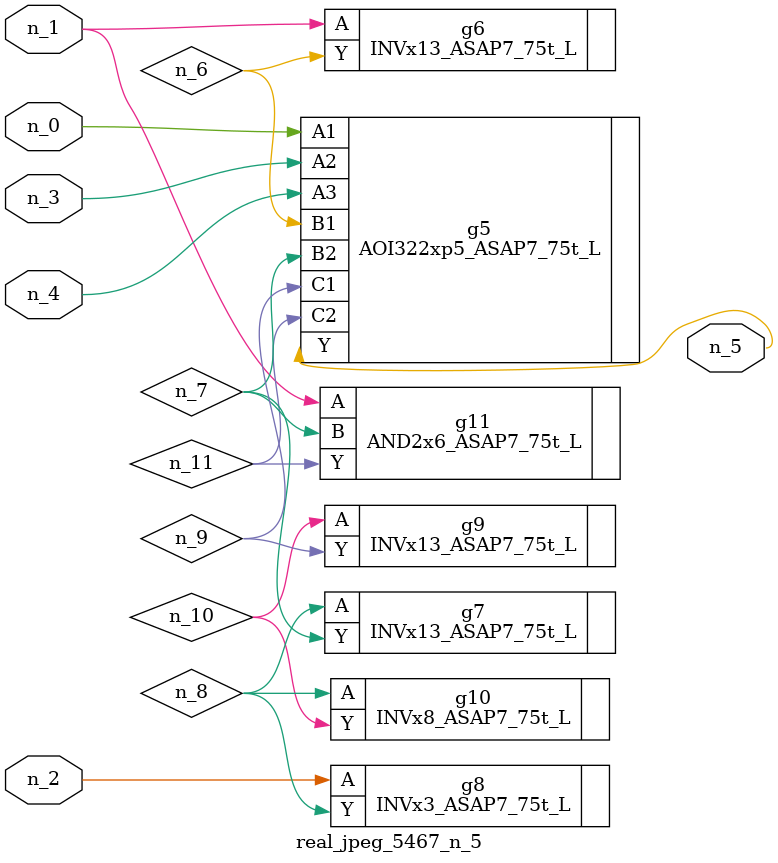
<source format=v>
module real_jpeg_5467_n_5 (n_4, n_0, n_1, n_2, n_3, n_5);

input n_4;
input n_0;
input n_1;
input n_2;
input n_3;

output n_5;

wire n_8;
wire n_11;
wire n_6;
wire n_7;
wire n_10;
wire n_9;

AOI322xp5_ASAP7_75t_L g5 ( 
.A1(n_0),
.A2(n_3),
.A3(n_4),
.B1(n_6),
.B2(n_7),
.C1(n_9),
.C2(n_11),
.Y(n_5)
);

INVx13_ASAP7_75t_L g6 ( 
.A(n_1),
.Y(n_6)
);

AND2x6_ASAP7_75t_L g11 ( 
.A(n_1),
.B(n_7),
.Y(n_11)
);

INVx3_ASAP7_75t_L g8 ( 
.A(n_2),
.Y(n_8)
);

INVx13_ASAP7_75t_L g7 ( 
.A(n_8),
.Y(n_7)
);

INVx8_ASAP7_75t_L g10 ( 
.A(n_8),
.Y(n_10)
);

INVx13_ASAP7_75t_L g9 ( 
.A(n_10),
.Y(n_9)
);


endmodule
</source>
